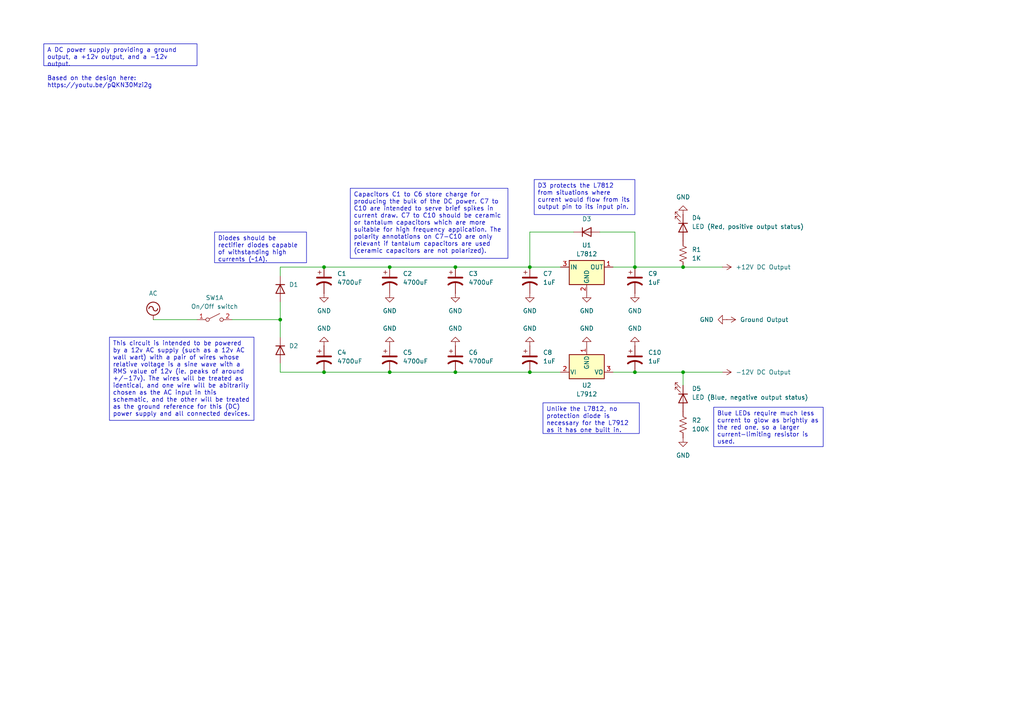
<source format=kicad_sch>
(kicad_sch (version 20231120) (generator "eeschema") (generator_version "8.0")
  (paper "A4")
  (lib_symbols
    (symbol "Device:C_Polarized_US" (pin_numbers hide) (pin_names (offset 0.254) hide)
      (property "Reference" "C" (at 0.635 2.54 0))
      (property "Value" "C_Polarized_US" (at 0.635 -2.54 0))
      (symbol "C_Polarized_US_0_1"
        (polyline (pts (xy -2.032 0.762) (xy 2.032 0.762)) (stroke (width 0.508)))
        (polyline (pts (xy -1.778 2.286) (xy -0.762 2.286)))
        (polyline (pts (xy -1.27 1.778) (xy -1.27 2.794)))
        (arc (start 2.032 -1.27) (mid 0 -0.5572) (end -2.032 -1.27) (stroke (width 0.508)))
      )
      (symbol "C_Polarized_US_1_1"
        (pin passive line (at 0 3.81 270) (length 2.794) (name "~") (number "1"))
        (pin passive line (at 0 -3.81 90) (length 3.302) (name "~") (number "2"))
      )
    )
    (symbol "Device:D" (pin_numbers hide) (pin_names (offset 1.016) hide)
      (property "Reference" "D" (at 0 2.54 0))
      (property "Value" "D" (at 0 -2.54 0))
      (symbol "D_0_1"
        (polyline (pts (xy -1.27 1.27) (xy -1.27 -1.27)) (stroke (width 0.254)))
        (polyline (pts (xy 1.27 0) (xy -1.27 0)))
        (polyline (pts (xy 1.27 1.27) (xy 1.27 -1.27) (xy -1.27 0) (xy 1.27 1.27)) (stroke (width 0.254)))
      )
      (symbol "D_1_1"
        (pin passive line (at -3.81 0 0) (length 2.54) (name "K") (number "1"))
        (pin passive line (at 3.81 0 180) (length 2.54) (name "A") (number "2"))
      )
    )
    (symbol "Device:LED" (pin_numbers hide) (pin_names (offset 1.016) hide)
      (property "Reference" "D" (at 0 2.54 0))
      (property "Value" "LED" (at 0 -2.54 0))
      (symbol "LED_0_1"
        (polyline (pts (xy -1.27 -1.27) (xy -1.27 1.27)) (stroke (width 0.254)))
        (polyline (pts (xy -1.27 0) (xy 1.27 0)))
        (polyline (pts (xy 1.27 -1.27) (xy 1.27 1.27) (xy -1.27 0) (xy 1.27 -1.27)) (stroke (width 0.254)))
        (polyline (pts (xy -3.048 -0.762) (xy -4.572 -2.286) (xy -3.81 -2.286) (xy -4.572 -2.286) (xy -4.572 -1.524)))
        (polyline (pts (xy -1.778 -0.762) (xy -3.302 -2.286) (xy -2.54 -2.286) (xy -3.302 -2.286) (xy -3.302 -1.524)))
      )
      (symbol "LED_1_1"
        (pin passive line (at -3.81 0 0) (length 2.54) (name "K") (number "1"))
        (pin passive line (at 3.81 0 180) (length 2.54) (name "A") (number "2"))
      )
    )
    (symbol "Device:R_US" (pin_numbers hide) (pin_names (offset 0))
      (property "Reference" "R" (at 2.54 0 90))
      (property "Value" "R_US" (at -2.54 0 90))
      (symbol "R_US_0_1"
        (polyline (pts (xy 0 -2.286) (xy 0 -2.54)))
        (polyline (pts (xy 0 2.286) (xy 0 2.54)))
        (polyline (pts (xy 0 -0.762) (xy 1.016 -1.143) (xy 0 -1.524) (xy -1.016 -1.905) (xy 0 -2.286)))
        (polyline (pts (xy 0 0.762) (xy 1.016 0.381) (xy 0 0) (xy -1.016 -0.381) (xy 0 -0.762)))
        (polyline (pts (xy 0 2.286) (xy 1.016 1.905) (xy 0 1.524) (xy -1.016 1.143) (xy 0 0.762)))
      )
      (symbol "R_US_1_1"
        (pin passive line (at 0 3.81 270) (length 1.27) (name "~") (number "1"))
        (pin passive line (at 0 -3.81 90) (length 1.27) (name "~") (number "2"))
      )
    )
    (symbol "Regulator_Linear:L78L12_SOT89" (pin_names (offset 0.254))
      (property "Reference" "U" (at -3.81 3.175 0))
      (property "Value" "L78L12_SOT89" (at -0.635 3.175 0))
      (symbol "L78L12_SOT89_0_1"
        (rectangle (start -5.08 1.905) (end 5.08 -5.08) (stroke (width 0.254)) (fill (type background)))
      )
      (symbol "L78L12_SOT89_1_1"
        (pin power_out line (at 7.62 0 180) (length 2.54) (name "OUT") (number "1"))
        (pin power_in line (at 0 -7.62 90) (length 2.54) (name "GND") (number "2"))
        (pin power_in line (at -7.62 0 0) (length 2.54) (name "IN") (number "3"))
      )
    )
    (symbol "Regulator_Linear:L79L12_SOT89" (pin_names (offset 0.254))
      (property "Reference" "U" (at -3.81 -3.175 0))
      (property "Value" "L79L12_SOT89" (at 0 -3.175 0))
      (symbol "L79L12_SOT89_0_1"
        (rectangle (start -5.08 5.08) (end 5.08 -1.905) (stroke (width 0.254)) (fill (type background)))
      )
      (symbol "L79L12_SOT89_1_1"
        (pin power_in line (at 0 7.62 270) (length 2.54) (name "GND") (number "1"))
        (pin power_in line (at -7.62 0 0) (length 2.54) (name "VI") (number "2"))
        (pin power_out line (at 7.62 0 180) (length 2.54) (name "VO") (number "3"))
      )
    )
    (symbol "Switch:SW_DPST_x2" (pin_names (offset 0) hide)
      (property "Reference" "SW" (at 0 3.175 0))
      (property "Value" "SW_DPST_x2" (at 0 -2.54 0))
      (symbol "SW_DPST_x2_0_0"
        (circle (center -2.032 0) (radius 0.508))
        (polyline (pts (xy -1.524 0.254) (xy 1.524 1.778)))
        (circle (center 2.032 0) (radius 0.508))
      )
      (symbol "SW_DPST_x2_1_1"
        (pin passive line (at -5.08 0 0) (length 2.54) (name "A") (number "1"))
        (pin passive line (at 5.08 0 180) (length 2.54) (name "B") (number "2"))
      )
      (symbol "SW_DPST_x2_2_1"
        (pin passive line (at -5.08 0 0) (length 2.54) (name "A") (number "3"))
        (pin passive line (at 5.08 0 180) (length 2.54) (name "B") (number "4"))
      )
    )
    (symbol "power:+3.3VADC" (power) (pin_numbers hide) (pin_names (offset 0) hide)
      (property "Value" "+3.3VADC" (at 0 3.556 0))
      (symbol "+3.3VADC_0_0"
        (pin power_in line (at 0 0 90) (length 0) (name "~") (number "1"))
      )
      (symbol "+3.3VADC_0_1"
        (polyline (pts (xy -0.762 1.27) (xy 0 2.54)))
        (polyline (pts (xy 0 0) (xy 0 2.54)))
        (polyline (pts (xy 0 2.54) (xy 0.762 1.27)))
      )
    )
    (symbol "power:AC" (power) (pin_numbers hide) (pin_names (offset 0) hide)
      (property "Value" "AC" (at 0 6.35 0))
      (symbol "AC_0_1"
        (polyline (pts (xy 0 0) (xy 0 1.27)))
        (arc (start 0 3.175) (mid -0.635 3.8073) (end -1.27 3.175) (stroke (width 0.254)))
        (arc (start 0 3.175) (mid 0.635 2.5427) (end 1.27 3.175) (stroke (width 0.254)))
        (circle (center 0 3.175) (radius 1.905) (stroke (width 0.254)))
      )
      (symbol "AC_1_1"
        (pin power_in line (at 0 0 90) (length 0) (name "~") (number "1"))
      )
    )
    (symbol "power:GND" (power) (pin_numbers hide) (pin_names (offset 0) hide)
      (property "Value" "GND" (at 0 -3.81 0))
      (symbol "GND_0_1"
        (polyline (pts (xy 0 0) (xy 0 -1.27) (xy 1.27 -1.27) (xy 0 -2.54) (xy -1.27 -1.27) (xy 0 -1.27)))
      )
      (symbol "GND_1_1"
        (pin power_in line (at 0 0 270) (length 0) (name "~") (number "1"))
      )
    )
  )
  (junction (at 184.15 107.95))
  (junction (at 198.12 107.95))
  (junction (at 198.12 77.47))
  (junction (at 132.08 77.47))
  (junction (at 153.67 107.95))
  (junction (at 132.08 107.95))
  (junction (at 113.03 107.95))
  (junction (at 184.15 77.47))
  (junction (at 153.67 77.47))
  (junction (at 81.28 92.71))
  (junction (at 113.03 77.47))
  (junction (at 93.98 77.47))
  (junction (at 93.98 107.95))
  (wire (pts (xy 153.67 77.47) (xy 162.56 77.47)))
  (wire (pts (xy 44.45 92.71) (xy 57.15 92.71)))
  (wire (pts (xy 153.67 67.31) (xy 153.67 77.47)))
  (wire (pts (xy 184.15 107.95) (xy 198.12 107.95)))
  (wire (pts (xy 93.98 77.47) (xy 113.03 77.47)))
  (wire (pts (xy 184.15 67.31) (xy 173.99 67.31)))
  (wire (pts (xy 81.28 107.95) (xy 93.98 107.95)))
  (wire (pts (xy 132.08 107.95) (xy 153.67 107.95)))
  (wire (pts (xy 198.12 77.47) (xy 209.55 77.47)))
  (wire (pts (xy 81.28 87.63) (xy 81.28 92.71)))
  (wire (pts (xy 184.15 77.47) (xy 184.15 67.31)))
  (wire (pts (xy 81.28 92.71) (xy 81.28 97.79)))
  (wire (pts (xy 198.12 107.95) (xy 209.55 107.95)))
  (wire (pts (xy 81.28 77.47) (xy 93.98 77.47)))
  (wire (pts (xy 177.8 107.95) (xy 184.15 107.95)))
  (wire (pts (xy 113.03 77.47) (xy 132.08 77.47)))
  (wire (pts (xy 153.67 107.95) (xy 162.56 107.95)))
  (wire (pts (xy 184.15 77.47) (xy 198.12 77.47)))
  (wire (pts (xy 93.98 107.95) (xy 113.03 107.95)))
  (wire (pts (xy 67.31 92.71) (xy 81.28 92.71)))
  (wire (pts (xy 166.37 67.31) (xy 153.67 67.31)))
  (wire (pts (xy 132.08 77.47) (xy 153.67 77.47)))
  (wire (pts (xy 177.8 77.47) (xy 184.15 77.47)))
  (wire (pts (xy 81.28 77.47) (xy 81.28 80.01)))
  (wire (pts (xy 81.28 105.41) (xy 81.28 107.95)))
  (wire (pts (xy 198.12 107.95) (xy 198.12 111.76)))
  (wire (pts (xy 113.03 107.95) (xy 132.08 107.95)))
  (text_box "Capacitors C1 to C6 store charge for producing the bulk of the DC power. C7 to C10 are intended to serve brief spikes in current draw. C7 to C10 should be ceramic or tantalum capacitors which are more suitable for high frequency application. The polarity annotations on C7-C10 are only relevant if tantalum capacitors are used (ceramic capacitors are not polarized)." (at 101.6 54.61 0) (size 45.72 20.32) (effects (font (size 1.27 1.27)) (justify left top)))
  (text_box "A DC power supply providing a ground output, a +12v output, and a -12v output.\n\nBased on the design here: https://youtu.be/pQKN30Mzi2g" (at 12.7 12.7 0) (size 44.45 6.35) (effects (font (size 1.27 1.27)) (justify left top)))
  (text_box "This circuit is intended to be powered by a 12v AC supply (such as a 12v AC wall wart) with a pair of wires whose relative voltage is a sine wave with a RMS value of 12v (ie. peaks of around +/-17v). The wires will be treated as identical, and one wire will be abitrarily chosen as the AC input in this schematic, and the other will be treated as the ground reference for this (DC) power supply and all connected devices." (at 31.75 97.79 0) (size 41.91 24.13) (effects (font (size 1.27 1.27)) (justify left top)))
  (text_box "Diodes should be rectifier diodes capable of withstanding high currents (~1A)." (at 62.23 67.31 0) (size 26.67 8.89) (effects (font (size 1.27 1.27)) (justify left top)))
  (text_box "D3 protects the L7812 from situations where current would flow from its output pin to its input pin." (at 154.94 52.07 0) (size 29.21 10.16) (effects (font (size 1.27 1.27)) (justify left top)))
  (text_box "Unlike the L7812, no protection diode is necessary for the L7912 as it has one built in." (at 157.48 116.84 0) (size 27.94 8.89) (effects (font (size 1.27 1.27)) (justify left top)))
  (text_box "Blue LEDs require much less current to glow as brightly as the red one, so a larger current-limiting resistor is used." (at 207.01 118.11 0) (size 31.75 11.43) (effects (font (size 1.27 1.27)) (justify left top)))
  (symbol (lib_id "Device:C_Polarized_US") (at 93.98 81.28 0) (unit 1)
    (property "Reference" "C1" (at 97.79 79.3749 0) (effects (justify left)))
    (property "Value" "4700uF" (at 97.79 81.9149 0) (effects (justify left)))
    (property "Description" "Polarized capacitor, US symbol" (effects (hide yes)))
  )
  (symbol (lib_id "power:+3.3VADC") (at 210.82 92.71 270) (unit 1)
    (property "Reference" "#PWR018" (effects (hide yes)))
    (property "Value" "Ground Output" (at 214.63 92.7099 90) (effects (justify left)))
    (property "Description" "Power symbol creates a global label with name \"+3.3VADC\"" (effects (hide yes)))
  )
  (symbol (lib_id "power:GND") (at 153.67 100.33 0) (mirror x) (unit 1)
    (property "Reference" "#PWR08" (effects (hide yes)))
    (property "Value" "GND" (at 153.67 95.25 0))
    (property "Description" "Power symbol creates a global label with name \"GND\" , ground" (effects (hide yes)))
  )
  (symbol (lib_id "power:AC") (at 44.45 92.71 0) (unit 1)
    (property "Reference" "#PWR01" (effects (hide yes)))
    (property "Value" "AC" (at 44.45 85.09 0))
    (property "Description" "Power symbol creates a global label with name \"AC\"" (effects (hide yes)))
  )
  (symbol (lib_id "Device:C_Polarized_US") (at 184.15 104.14 0) (unit 1)
    (property "Reference" "C10" (at 187.96 102.2349 0) (effects (justify left)))
    (property "Value" "1uF" (at 187.96 104.7749 0) (effects (justify left)))
    (property "Description" "Polarized capacitor, US symbol" (effects (hide yes)))
  )
  (symbol (lib_id "Device:D") (at 170.18 67.31 0) (unit 1)
    (property "Reference" "D3" (at 170.18 63.5 0))
    (property "Value" "Rectifier Diode" (effects (hide yes)))
    (property "Description" "Diode" (effects (hide yes)))
    (property "Sim.Device" "D" (effects (hide yes)))
    (property "Sim.Pins" "1=K 2=A" (effects (hide yes)))
  )
  (symbol (lib_id "power:GND") (at 170.18 100.33 0) (mirror x) (unit 1)
    (property "Reference" "#PWR013" (effects (hide yes)))
    (property "Value" "GND" (at 170.18 95.25 0))
    (property "Description" "Power symbol creates a global label with name \"GND\" , ground" (effects (hide yes)))
  )
  (symbol (lib_id "power:GND") (at 132.08 100.33 0) (mirror x) (unit 1)
    (property "Reference" "#PWR07" (effects (hide yes)))
    (property "Value" "GND" (at 132.08 95.25 0))
    (property "Description" "Power symbol creates a global label with name \"GND\" , ground" (effects (hide yes)))
  )
  (symbol (lib_id "Device:C_Polarized_US") (at 184.15 81.28 0) (unit 1)
    (property "Reference" "C9" (at 187.96 79.3749 0) (effects (justify left)))
    (property "Value" "1uF" (at 187.96 81.9149 0) (effects (justify left)))
    (property "Description" "Polarized capacitor, US symbol" (effects (hide yes)))
  )
  (symbol (lib_id "Device:R_US") (at 198.12 123.19 0) (unit 1)
    (property "Reference" "R2" (at 200.66 121.9199 0) (effects (justify left)))
    (property "Value" "100K" (at 200.66 124.4599 0) (effects (justify left)))
    (property "Description" "Resistor, US symbol" (effects (hide yes)))
  )
  (symbol (lib_id "Regulator_Linear:L79L12_SOT89") (at 170.18 107.95 0) (unit 1)
    (property "Reference" "U2" (at 170.18 111.76 0))
    (property "Value" "L7912" (at 170.18 114.3 0))
    (property "Footprint" "Package_TO_SOT_SMD:SOT-89-3" (effects (hide yes)))
    (property "Datasheet" "http://www.farnell.com/datasheets/1827870.pdf" (effects (hide yes)))
    (property "Description" "Negative 100mA -30V Linear Regulator, Fixed Output -5V, SOT-89" (effects (hide yes)))
  )
  (symbol (lib_id "Device:D") (at 81.28 83.82 270) (unit 1)
    (property "Reference" "D1" (at 83.82 82.5499 90) (effects (justify left)))
    (property "Value" "Rectifier Diode" (effects (hide yes)))
    (property "Description" "Diode" (effects (hide yes)))
    (property "Sim.Device" "D" (effects (hide yes)))
    (property "Sim.Pins" "1=K 2=A" (effects (hide yes)))
  )
  (symbol (lib_id "power:GND") (at 170.18 85.09 0) (unit 1)
    (property "Reference" "#PWR012" (effects (hide yes)))
    (property "Value" "GND" (at 170.18 90.17 0))
    (property "Description" "Power symbol creates a global label with name \"GND\" , ground" (effects (hide yes)))
  )
  (symbol (lib_id "Device:C_Polarized_US") (at 113.03 104.14 0) (unit 1)
    (property "Reference" "C5" (at 116.84 102.2349 0) (effects (justify left)))
    (property "Value" "4700uF" (at 116.84 104.7749 0) (effects (justify left)))
    (property "Description" "Polarized capacitor, US symbol" (effects (hide yes)))
  )
  (symbol (lib_id "power:GND") (at 93.98 85.09 0) (unit 1)
    (property "Reference" "#PWR03" (effects (hide yes)))
    (property "Value" "GND" (at 93.98 90.17 0))
    (property "Description" "Power symbol creates a global label with name \"GND\" , ground" (effects (hide yes)))
  )
  (symbol (lib_id "Device:C_Polarized_US") (at 93.98 104.14 0) (unit 1)
    (property "Reference" "C4" (at 97.79 102.2349 0) (effects (justify left)))
    (property "Value" "4700uF" (at 97.79 104.7749 0) (effects (justify left)))
    (property "Description" "Polarized capacitor, US symbol" (effects (hide yes)))
  )
  (symbol (lib_id "power:+3.3VADC") (at 209.55 107.95 270) (unit 1)
    (property "Reference" "#PWR015" (effects (hide yes)))
    (property "Value" "-12V DC Output" (at 213.36 107.9499 90) (effects (justify left)))
    (property "Description" "Power symbol creates a global label with name \"+3.3VADC\"" (effects (hide yes)))
  )
  (symbol (lib_id "Device:LED") (at 198.12 115.57 270) (unit 1)
    (property "Reference" "D5" (at 200.66 112.7124 90) (effects (justify left)))
    (property "Value" "LED (Blue, negative output status)" (at 200.66 115.2524 90) (effects (justify left)))
    (property "Description" "Light emitting diode" (effects (hide yes)))
  )
  (symbol (lib_id "Device:D") (at 81.28 101.6 270) (unit 1)
    (property "Reference" "D2" (at 83.82 100.3299 90) (effects (justify left)))
    (property "Value" "Rectifier Diode" (effects (hide yes)))
    (property "Description" "Diode" (effects (hide yes)))
    (property "Sim.Device" "D" (effects (hide yes)))
    (property "Sim.Pins" "1=K 2=A" (effects (hide yes)))
  )
  (symbol (lib_id "Device:R_US") (at 198.12 73.66 0) (unit 1)
    (property "Reference" "R1" (at 200.66 72.3899 0) (effects (justify left)))
    (property "Value" "1K" (at 200.66 74.9299 0) (effects (justify left)))
    (property "Description" "Resistor, US symbol" (effects (hide yes)))
  )
  (symbol (lib_id "power:GND") (at 113.03 100.33 0) (mirror x) (unit 1)
    (property "Reference" "#PWR06" (effects (hide yes)))
    (property "Value" "GND" (at 113.03 95.25 0))
    (property "Description" "Power symbol creates a global label with name \"GND\" , ground" (effects (hide yes)))
  )
  (symbol (lib_id "power:GND") (at 113.03 85.09 0) (unit 1)
    (property "Reference" "#PWR02" (effects (hide yes)))
    (property "Value" "GND" (at 113.03 90.17 0))
    (property "Description" "Power symbol creates a global label with name \"GND\" , ground" (effects (hide yes)))
  )
  (symbol (lib_id "power:GND") (at 184.15 85.09 0) (unit 1)
    (property "Reference" "#PWR010" (effects (hide yes)))
    (property "Value" "GND" (at 184.15 90.17 0))
    (property "Description" "Power symbol creates a global label with name \"GND\" , ground" (effects (hide yes)))
  )
  (symbol (lib_id "Device:C_Polarized_US") (at 132.08 104.14 0) (unit 1)
    (property "Reference" "C6" (at 135.89 102.2349 0) (effects (justify left)))
    (property "Value" "4700uF" (at 135.89 104.7749 0) (effects (justify left)))
    (property "Description" "Polarized capacitor, US symbol" (effects (hide yes)))
  )
  (symbol (lib_id "Device:LED") (at 198.12 66.04 270) (unit 1)
    (property "Reference" "D4" (at 200.66 63.1824 90) (effects (justify left)))
    (property "Value" "LED (Red, positive output status)" (at 200.66 65.7224 90) (effects (justify left)))
    (property "Description" "Light emitting diode" (effects (hide yes)))
  )
  (symbol (lib_id "power:GND") (at 210.82 92.71 270) (mirror x) (unit 1)
    (property "Reference" "#PWR019" (effects (hide yes)))
    (property "Value" "GND" (at 207.01 92.7099 90) (effects (justify right)))
    (property "Description" "Power symbol creates a global label with name \"GND\" , ground" (effects (hide yes)))
  )
  (symbol (lib_id "Device:C_Polarized_US") (at 153.67 104.14 0) (unit 1)
    (property "Reference" "C8" (at 157.48 102.2349 0) (effects (justify left)))
    (property "Value" "1uF" (at 157.48 104.7749 0) (effects (justify left)))
    (property "Description" "Polarized capacitor, US symbol" (effects (hide yes)))
  )
  (symbol (lib_id "Device:C_Polarized_US") (at 132.08 81.28 0) (unit 1)
    (property "Reference" "C3" (at 135.89 79.3749 0) (effects (justify left)))
    (property "Value" "4700uF" (at 135.89 81.9149 0) (effects (justify left)))
    (property "Description" "Polarized capacitor, US symbol" (effects (hide yes)))
  )
  (symbol (lib_id "Regulator_Linear:L78L12_SOT89") (at 170.18 77.47 0) (unit 1)
    (property "Reference" "U1" (at 170.18 71.12 0))
    (property "Value" "L7812" (at 170.18 73.66 0))
    (property "Footprint" "Package_TO_SOT_SMD:SOT-89-3" (effects (hide yes)))
    (property "Datasheet" "http://www.st.com/content/ccc/resource/technical/document/datasheet/15/55/e5/aa/23/5b/43/fd/CD00000446.pdf/files/CD00000446.pdf/jcr:content/translations/en.CD00000446.pdf" (effects (hide yes)))
    (property "Description" "Positive 100mA 30V Linear Regulator, Fixed Output 12V, SOT-89" (effects (hide yes)))
  )
  (symbol (lib_id "power:GND") (at 93.98 100.33 0) (mirror x) (unit 1)
    (property "Reference" "#PWR05" (effects (hide yes)))
    (property "Value" "GND" (at 93.98 95.25 0))
    (property "Description" "Power symbol creates a global label with name \"GND\" , ground" (effects (hide yes)))
  )
  (symbol (lib_id "Device:C_Polarized_US") (at 113.03 81.28 0) (unit 1)
    (property "Reference" "C2" (at 116.84 79.3749 0) (effects (justify left)))
    (property "Value" "4700uF" (at 116.84 81.9149 0) (effects (justify left)))
    (property "Description" "Polarized capacitor, US symbol" (effects (hide yes)))
  )
  (symbol (lib_id "Switch:SW_DPST_x2") (at 62.23 92.71 0) (unit 1)
    (property "Reference" "SW1" (at 62.23 86.36 0))
    (property "Value" "On/Off switch" (at 62.23 88.9 0))
    (property "Description" "Single Pole Single Throw (SPST) switch, separate symbol" (effects (hide yes)))
  )
  (symbol (lib_id "power:GND") (at 198.12 127 0) (unit 1)
    (property "Reference" "#PWR017" (effects (hide yes)))
    (property "Value" "GND" (at 198.12 132.08 0))
    (property "Description" "Power symbol creates a global label with name \"GND\" , ground" (effects (hide yes)))
  )
  (symbol (lib_id "power:GND") (at 184.15 100.33 0) (mirror x) (unit 1)
    (property "Reference" "#PWR014" (effects (hide yes)))
    (property "Value" "GND" (at 184.15 95.25 0))
    (property "Description" "Power symbol creates a global label with name \"GND\" , ground" (effects (hide yes)))
  )
  (symbol (lib_id "power:+3.3VADC") (at 209.55 77.47 270) (unit 1)
    (property "Reference" "#PWR011" (effects (hide yes)))
    (property "Value" "+12V DC Output" (at 213.36 77.4699 90) (effects (justify left)))
    (property "Description" "Power symbol creates a global label with name \"+3.3VADC\"" (effects (hide yes)))
  )
  (symbol (lib_id "power:GND") (at 153.67 85.09 0) (unit 1)
    (property "Reference" "#PWR09" (effects (hide yes)))
    (property "Value" "GND" (at 153.67 90.17 0))
    (property "Description" "Power symbol creates a global label with name \"GND\" , ground" (effects (hide yes)))
  )
  (symbol (lib_id "power:GND") (at 198.12 62.23 0) (mirror x) (unit 1)
    (property "Reference" "#PWR016" (effects (hide yes)))
    (property "Value" "GND" (at 198.12 57.15 0))
    (property "Description" "Power symbol creates a global label with name \"GND\" , ground" (effects (hide yes)))
  )
  (symbol (lib_id "power:GND") (at 132.08 85.09 0) (unit 1)
    (property "Reference" "#PWR04" (effects (hide yes)))
    (property "Value" "GND" (at 132.08 90.17 0))
    (property "Description" "Power symbol creates a global label with name \"GND\" , ground" (effects (hide yes)))
  )
  (symbol (lib_id "Device:C_Polarized_US") (at 153.67 81.28 0) (unit 1)
    (property "Reference" "C7" (at 157.48 79.3749 0) (effects (justify left)))
    (property "Value" "1uF" (at 157.48 81.9149 0) (effects (justify left)))
    (property "Description" "Polarized capacitor, US symbol" (effects (hide yes)))
  )
)
</source>
